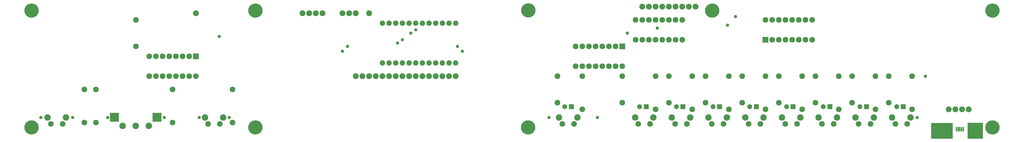
<source format=gts>
G04 MADE WITH FRITZING*
G04 WWW.FRITZING.ORG*
G04 DOUBLE SIDED*
G04 HOLES PLATED*
G04 CONTOUR ON CENTER OF CONTOUR VECTOR*
%ASAXBY*%
%FSLAX23Y23*%
%MOIN*%
%OFA0B0*%
%SFA1.0B1.0*%
%ADD10C,0.088000*%
%ADD11C,0.049370*%
%ADD12C,0.085000*%
%ADD13C,0.214725*%
%ADD14C,0.097000*%
%ADD15C,0.098000*%
%ADD16C,0.133000*%
%ADD17C,0.072992*%
%ADD18C,0.080361*%
%ADD19R,0.023779X0.065118*%
%ADD20R,0.085000X0.085000*%
%ADD21R,0.133000X0.133000*%
%ADD22R,0.072992X0.072992*%
%ADD23C,0.030000*%
%ADD24R,0.001000X0.001000*%
%LNMASK1*%
G90*
G70*
G54D10*
X5230Y1891D03*
X14230Y441D03*
X14130Y441D03*
X14030Y441D03*
X13930Y441D03*
G54D11*
X304Y316D03*
X779Y316D03*
X9555Y1666D03*
X9105Y1591D03*
X5730Y1491D03*
X5655Y1441D03*
X6630Y1316D03*
X4830Y1316D03*
X2980Y1541D03*
X8655Y316D03*
X7930Y316D03*
X13455Y316D03*
X1305Y316D03*
X3130Y316D03*
X2155Y316D03*
X2680Y316D03*
X5930Y1641D03*
X6555Y1391D03*
X4905Y1391D03*
X5855Y1591D03*
G54D12*
X2630Y1241D03*
X2630Y941D03*
X2530Y1241D03*
X2530Y941D03*
X2430Y1241D03*
X2430Y941D03*
X2330Y1241D03*
X2330Y941D03*
X2230Y1241D03*
X2230Y941D03*
X2130Y1241D03*
X2130Y941D03*
X2030Y1241D03*
X2030Y941D03*
X1930Y1241D03*
X1930Y941D03*
X9030Y1391D03*
X9030Y1091D03*
X8930Y1391D03*
X8930Y1091D03*
X8830Y1391D03*
X8830Y1091D03*
X8730Y1391D03*
X8730Y1091D03*
X8630Y1391D03*
X8630Y1091D03*
X8530Y1391D03*
X8530Y1091D03*
X8430Y1391D03*
X8430Y1091D03*
X8330Y1391D03*
X8330Y1091D03*
G54D10*
X2630Y1891D03*
X6530Y941D03*
X6430Y941D03*
X6330Y941D03*
X6230Y941D03*
X6130Y941D03*
X6030Y941D03*
X5930Y941D03*
X5830Y941D03*
X5730Y941D03*
X5630Y941D03*
X5530Y941D03*
X5430Y941D03*
X5330Y941D03*
X5230Y941D03*
X5130Y941D03*
X5030Y941D03*
G54D13*
X14586Y166D03*
X14586Y1931D03*
X10380Y1930D03*
X7617Y166D03*
X3523Y166D03*
X163Y166D03*
X163Y1931D03*
X7619Y1933D03*
X3522Y1932D03*
G54D10*
X10130Y1991D03*
X10030Y1991D03*
X9930Y1991D03*
X9830Y1991D03*
X9730Y1991D03*
X9630Y1991D03*
X9530Y1991D03*
X9430Y1991D03*
X9330Y1991D03*
X4230Y1891D03*
X4330Y1891D03*
X4430Y1891D03*
X4530Y1891D03*
X5030Y1891D03*
X4930Y1891D03*
X4830Y1891D03*
G54D11*
X10610Y1711D03*
X10730Y1841D03*
X13580Y941D03*
G54D12*
X2991Y220D03*
X2814Y220D03*
G54D14*
X3041Y318D03*
X2765Y318D03*
G54D15*
X1530Y191D03*
X1727Y191D03*
X1924Y191D03*
G54D16*
X1406Y322D03*
X2048Y322D03*
G54D12*
X11653Y220D03*
X11476Y220D03*
G54D14*
X11702Y318D03*
X11426Y318D03*
G54D12*
X11102Y220D03*
X10925Y220D03*
G54D14*
X11151Y318D03*
X10875Y318D03*
G54D12*
X10550Y220D03*
X10373Y220D03*
G54D14*
X10600Y318D03*
X10324Y318D03*
G54D12*
X9999Y220D03*
X9822Y220D03*
G54D14*
X10049Y318D03*
X9773Y318D03*
G54D12*
X9448Y220D03*
X9271Y220D03*
G54D14*
X9497Y318D03*
X9222Y318D03*
G54D12*
X8306Y220D03*
X8129Y220D03*
G54D14*
X8356Y318D03*
X8080Y318D03*
G54D12*
X629Y220D03*
X452Y220D03*
G54D14*
X679Y318D03*
X403Y318D03*
G54D12*
X12204Y220D03*
X12027Y220D03*
G54D14*
X12253Y318D03*
X11977Y318D03*
G54D12*
X12755Y220D03*
X12578Y220D03*
G54D14*
X12805Y318D03*
X12529Y318D03*
G54D12*
X13306Y220D03*
X13129Y220D03*
G54D14*
X13356Y318D03*
X13080Y318D03*
G54D12*
X1730Y1791D03*
X1730Y1391D03*
G54D17*
X9389Y481D03*
X9291Y481D03*
X9940Y481D03*
X9842Y481D03*
X10491Y481D03*
X10393Y481D03*
X11043Y481D03*
X10944Y481D03*
X11594Y481D03*
X11495Y481D03*
X12145Y481D03*
X12047Y481D03*
X12696Y481D03*
X12598Y481D03*
X13247Y481D03*
X13149Y481D03*
X8267Y481D03*
X8168Y481D03*
G54D12*
X8055Y941D03*
X8055Y541D03*
X13030Y941D03*
X13030Y541D03*
X12480Y941D03*
X12480Y541D03*
X11930Y941D03*
X11930Y541D03*
X11380Y941D03*
X11380Y541D03*
X10830Y941D03*
X10830Y541D03*
X10280Y941D03*
X10280Y541D03*
X9730Y941D03*
X9730Y541D03*
X9030Y941D03*
X9030Y541D03*
X13380Y441D03*
X13380Y941D03*
X12830Y441D03*
X12830Y941D03*
X12280Y441D03*
X12280Y941D03*
X11730Y441D03*
X11730Y941D03*
X11180Y441D03*
X11180Y941D03*
X10630Y441D03*
X10630Y941D03*
X10080Y441D03*
X10080Y941D03*
X9530Y441D03*
X9530Y941D03*
X8430Y441D03*
X8430Y941D03*
X1130Y241D03*
X1130Y741D03*
X2280Y241D03*
X2280Y741D03*
X3180Y241D03*
X3180Y741D03*
X955Y241D03*
X955Y741D03*
X9930Y1791D03*
X9930Y1491D03*
X9830Y1791D03*
X9830Y1491D03*
X9730Y1791D03*
X9730Y1491D03*
X9630Y1791D03*
X9630Y1491D03*
X9530Y1791D03*
X9530Y1491D03*
X9430Y1791D03*
X9430Y1491D03*
X9330Y1791D03*
X9330Y1491D03*
X9230Y1791D03*
X9230Y1491D03*
X11180Y1491D03*
X11180Y1791D03*
X11280Y1491D03*
X11280Y1791D03*
X11380Y1491D03*
X11380Y1791D03*
X11480Y1491D03*
X11480Y1791D03*
X11580Y1491D03*
X11580Y1791D03*
X11680Y1491D03*
X11680Y1791D03*
X11780Y1491D03*
X11780Y1791D03*
X11880Y1491D03*
X11880Y1791D03*
G54D18*
X5430Y1141D03*
X5530Y1141D03*
X5630Y1141D03*
X5730Y1141D03*
X5830Y1141D03*
X5930Y1141D03*
X6030Y1141D03*
X6130Y1141D03*
X6230Y1141D03*
X6330Y1141D03*
X6430Y1141D03*
X6530Y1141D03*
X5430Y1741D03*
X5530Y1741D03*
X5630Y1741D03*
X5730Y1741D03*
X5830Y1741D03*
X5930Y1741D03*
X6030Y1741D03*
X6130Y1741D03*
X6230Y1741D03*
X6330Y1741D03*
X6430Y1741D03*
X6530Y1741D03*
G54D19*
X14046Y141D03*
X14149Y141D03*
X14072Y141D03*
X14098Y141D03*
X14123Y141D03*
G54D20*
X2630Y1241D03*
X9030Y1391D03*
G54D21*
X1406Y322D03*
X2048Y322D03*
G54D22*
X9389Y481D03*
X9940Y481D03*
X10491Y481D03*
X11043Y481D03*
X11594Y481D03*
X12145Y481D03*
X12696Y481D03*
X13247Y481D03*
X8267Y481D03*
G54D20*
X11180Y1491D03*
G54D23*
G36*
X9957Y1763D02*
X9902Y1763D01*
X9902Y1818D01*
X9957Y1818D01*
X9957Y1763D01*
G37*
D02*
G54D24*
X14216Y238D02*
X14441Y238D01*
X14215Y237D02*
X14441Y237D01*
X14215Y236D02*
X14441Y236D01*
X14215Y235D02*
X14441Y235D01*
X14215Y234D02*
X14441Y234D01*
X13667Y233D02*
X13990Y233D01*
X14215Y233D02*
X14441Y233D01*
X13667Y232D02*
X13990Y232D01*
X14215Y232D02*
X14441Y232D01*
X13667Y231D02*
X13990Y231D01*
X14215Y231D02*
X14441Y231D01*
X13667Y230D02*
X13990Y230D01*
X14215Y230D02*
X14441Y230D01*
X13667Y229D02*
X13990Y229D01*
X14215Y229D02*
X14441Y229D01*
X13667Y228D02*
X13990Y228D01*
X14215Y228D02*
X14441Y228D01*
X13667Y227D02*
X13990Y227D01*
X14215Y227D02*
X14441Y227D01*
X13667Y226D02*
X13990Y226D01*
X14215Y226D02*
X14441Y226D01*
X13667Y225D02*
X13990Y225D01*
X14215Y225D02*
X14441Y225D01*
X13667Y224D02*
X13990Y224D01*
X14215Y224D02*
X14441Y224D01*
X13667Y223D02*
X13990Y223D01*
X14215Y223D02*
X14441Y223D01*
X13667Y222D02*
X13990Y222D01*
X14215Y222D02*
X14441Y222D01*
X13667Y221D02*
X13990Y221D01*
X14215Y221D02*
X14441Y221D01*
X13667Y220D02*
X13990Y220D01*
X14215Y220D02*
X14441Y220D01*
X13667Y219D02*
X13990Y219D01*
X14215Y219D02*
X14441Y219D01*
X13667Y218D02*
X13990Y218D01*
X14215Y218D02*
X14441Y218D01*
X13667Y217D02*
X13990Y217D01*
X14215Y217D02*
X14441Y217D01*
X13667Y216D02*
X13990Y216D01*
X14215Y216D02*
X14441Y216D01*
X13667Y215D02*
X13990Y215D01*
X14215Y215D02*
X14441Y215D01*
X13667Y214D02*
X13990Y214D01*
X14215Y214D02*
X14441Y214D01*
X13667Y213D02*
X13990Y213D01*
X14215Y213D02*
X14441Y213D01*
X13667Y212D02*
X13990Y212D01*
X14215Y212D02*
X14441Y212D01*
X13667Y211D02*
X13990Y211D01*
X14215Y211D02*
X14441Y211D01*
X13667Y210D02*
X13990Y210D01*
X14215Y210D02*
X14441Y210D01*
X13667Y209D02*
X13990Y209D01*
X14215Y209D02*
X14441Y209D01*
X13667Y208D02*
X13990Y208D01*
X14215Y208D02*
X14441Y208D01*
X13667Y207D02*
X13990Y207D01*
X14215Y207D02*
X14441Y207D01*
X13667Y206D02*
X13990Y206D01*
X14215Y206D02*
X14441Y206D01*
X13667Y205D02*
X13990Y205D01*
X14215Y205D02*
X14441Y205D01*
X13667Y204D02*
X13990Y204D01*
X14215Y204D02*
X14441Y204D01*
X13667Y203D02*
X13990Y203D01*
X14215Y203D02*
X14441Y203D01*
X13667Y202D02*
X13990Y202D01*
X14215Y202D02*
X14441Y202D01*
X13667Y201D02*
X13990Y201D01*
X14215Y201D02*
X14441Y201D01*
X13667Y200D02*
X13990Y200D01*
X14215Y200D02*
X14441Y200D01*
X13667Y199D02*
X13990Y199D01*
X14215Y199D02*
X14441Y199D01*
X13667Y198D02*
X13990Y198D01*
X14215Y198D02*
X14441Y198D01*
X13667Y197D02*
X13990Y197D01*
X14215Y197D02*
X14441Y197D01*
X13667Y196D02*
X13990Y196D01*
X14215Y196D02*
X14441Y196D01*
X13667Y195D02*
X13990Y195D01*
X14215Y195D02*
X14441Y195D01*
X13667Y194D02*
X13990Y194D01*
X14215Y194D02*
X14441Y194D01*
X13667Y193D02*
X13990Y193D01*
X14215Y193D02*
X14441Y193D01*
X13667Y192D02*
X13990Y192D01*
X14215Y192D02*
X14441Y192D01*
X13667Y191D02*
X13990Y191D01*
X14215Y191D02*
X14441Y191D01*
X13667Y190D02*
X13990Y190D01*
X14215Y190D02*
X14441Y190D01*
X13667Y189D02*
X13990Y189D01*
X14215Y189D02*
X14441Y189D01*
X13667Y188D02*
X13990Y188D01*
X14215Y188D02*
X14441Y188D01*
X13667Y187D02*
X13990Y187D01*
X14215Y187D02*
X14441Y187D01*
X13667Y186D02*
X13990Y186D01*
X14215Y186D02*
X14441Y186D01*
X13667Y185D02*
X13990Y185D01*
X14215Y185D02*
X14441Y185D01*
X13667Y184D02*
X13990Y184D01*
X14215Y184D02*
X14441Y184D01*
X13667Y183D02*
X13990Y183D01*
X14215Y183D02*
X14441Y183D01*
X13667Y182D02*
X13990Y182D01*
X14215Y182D02*
X14441Y182D01*
X13667Y181D02*
X13990Y181D01*
X14215Y181D02*
X14441Y181D01*
X13667Y180D02*
X13990Y180D01*
X14215Y180D02*
X14441Y180D01*
X13667Y179D02*
X13990Y179D01*
X14215Y179D02*
X14441Y179D01*
X13667Y178D02*
X13990Y178D01*
X14215Y178D02*
X14441Y178D01*
X13667Y177D02*
X13990Y177D01*
X14215Y177D02*
X14441Y177D01*
X13667Y176D02*
X13990Y176D01*
X14215Y176D02*
X14441Y176D01*
X13667Y175D02*
X13990Y175D01*
X14215Y175D02*
X14441Y175D01*
X13667Y174D02*
X13990Y174D01*
X14215Y174D02*
X14441Y174D01*
X13667Y173D02*
X13990Y173D01*
X14215Y173D02*
X14441Y173D01*
X13667Y172D02*
X13990Y172D01*
X14215Y172D02*
X14441Y172D01*
X13667Y171D02*
X13990Y171D01*
X14215Y171D02*
X14441Y171D01*
X13667Y170D02*
X13990Y170D01*
X14215Y170D02*
X14441Y170D01*
X13667Y169D02*
X13990Y169D01*
X14215Y169D02*
X14441Y169D01*
X13667Y168D02*
X13990Y168D01*
X14215Y168D02*
X14441Y168D01*
X13667Y167D02*
X13990Y167D01*
X14215Y167D02*
X14441Y167D01*
X13667Y166D02*
X13990Y166D01*
X14215Y166D02*
X14441Y166D01*
X13667Y165D02*
X13990Y165D01*
X14215Y165D02*
X14441Y165D01*
X13667Y164D02*
X13990Y164D01*
X14215Y164D02*
X14441Y164D01*
X13667Y163D02*
X13990Y163D01*
X14215Y163D02*
X14441Y163D01*
X13667Y162D02*
X13990Y162D01*
X14215Y162D02*
X14441Y162D01*
X13667Y161D02*
X13990Y161D01*
X14215Y161D02*
X14441Y161D01*
X13667Y160D02*
X13990Y160D01*
X14215Y160D02*
X14441Y160D01*
X13667Y159D02*
X13990Y159D01*
X14215Y159D02*
X14441Y159D01*
X13667Y158D02*
X13990Y158D01*
X14215Y158D02*
X14441Y158D01*
X13667Y157D02*
X13990Y157D01*
X14215Y157D02*
X14441Y157D01*
X13667Y156D02*
X13990Y156D01*
X14215Y156D02*
X14441Y156D01*
X13667Y155D02*
X13990Y155D01*
X14215Y155D02*
X14441Y155D01*
X13667Y154D02*
X13990Y154D01*
X14215Y154D02*
X14441Y154D01*
X13667Y153D02*
X13990Y153D01*
X14215Y153D02*
X14441Y153D01*
X13667Y152D02*
X13990Y152D01*
X14215Y152D02*
X14441Y152D01*
X13667Y151D02*
X13990Y151D01*
X14215Y151D02*
X14441Y151D01*
X13667Y150D02*
X13990Y150D01*
X14215Y150D02*
X14441Y150D01*
X13667Y149D02*
X13990Y149D01*
X14215Y149D02*
X14441Y149D01*
X13667Y148D02*
X13990Y148D01*
X14215Y148D02*
X14441Y148D01*
X13667Y147D02*
X13990Y147D01*
X14215Y147D02*
X14441Y147D01*
X13667Y146D02*
X13990Y146D01*
X14215Y146D02*
X14441Y146D01*
X13667Y145D02*
X13990Y145D01*
X14215Y145D02*
X14441Y145D01*
X13667Y144D02*
X13990Y144D01*
X14215Y144D02*
X14441Y144D01*
X13667Y143D02*
X13990Y143D01*
X14215Y143D02*
X14441Y143D01*
X13667Y142D02*
X13990Y142D01*
X14215Y142D02*
X14441Y142D01*
X13667Y141D02*
X13990Y141D01*
X14215Y141D02*
X14441Y141D01*
X13667Y140D02*
X13990Y140D01*
X14215Y140D02*
X14441Y140D01*
X13667Y139D02*
X13990Y139D01*
X14215Y139D02*
X14441Y139D01*
X13667Y138D02*
X13990Y138D01*
X14215Y138D02*
X14441Y138D01*
X13667Y137D02*
X13990Y137D01*
X14215Y137D02*
X14441Y137D01*
X13667Y136D02*
X13990Y136D01*
X14215Y136D02*
X14441Y136D01*
X13667Y135D02*
X13990Y135D01*
X14215Y135D02*
X14441Y135D01*
X13667Y134D02*
X13990Y134D01*
X14215Y134D02*
X14441Y134D01*
X13667Y133D02*
X13990Y133D01*
X14215Y133D02*
X14441Y133D01*
X13667Y132D02*
X13990Y132D01*
X14215Y132D02*
X14441Y132D01*
X13667Y131D02*
X13990Y131D01*
X14215Y131D02*
X14441Y131D01*
X13667Y130D02*
X13990Y130D01*
X14215Y130D02*
X14441Y130D01*
X13667Y129D02*
X13990Y129D01*
X14215Y129D02*
X14441Y129D01*
X13667Y128D02*
X13990Y128D01*
X14215Y128D02*
X14441Y128D01*
X13667Y127D02*
X13990Y127D01*
X14215Y127D02*
X14441Y127D01*
X13667Y126D02*
X13990Y126D01*
X14215Y126D02*
X14441Y126D01*
X13667Y125D02*
X13990Y125D01*
X14215Y125D02*
X14441Y125D01*
X13667Y124D02*
X13990Y124D01*
X14215Y124D02*
X14441Y124D01*
X13667Y123D02*
X13990Y123D01*
X14215Y123D02*
X14441Y123D01*
X13667Y122D02*
X13990Y122D01*
X14215Y122D02*
X14441Y122D01*
X13667Y121D02*
X13990Y121D01*
X14215Y121D02*
X14441Y121D01*
X13667Y120D02*
X13990Y120D01*
X14215Y120D02*
X14441Y120D01*
X13667Y119D02*
X13990Y119D01*
X14215Y119D02*
X14441Y119D01*
X13667Y118D02*
X13990Y118D01*
X14215Y118D02*
X14441Y118D01*
X13667Y117D02*
X13990Y117D01*
X14215Y117D02*
X14441Y117D01*
X13667Y116D02*
X13990Y116D01*
X14215Y116D02*
X14441Y116D01*
X13667Y115D02*
X13990Y115D01*
X14215Y115D02*
X14441Y115D01*
X13667Y114D02*
X13990Y114D01*
X14215Y114D02*
X14441Y114D01*
X13667Y113D02*
X13990Y113D01*
X14215Y113D02*
X14441Y113D01*
X13667Y112D02*
X13990Y112D01*
X14215Y112D02*
X14441Y112D01*
X13667Y111D02*
X13990Y111D01*
X14215Y111D02*
X14441Y111D01*
X13667Y110D02*
X13990Y110D01*
X14215Y110D02*
X14441Y110D01*
X13667Y109D02*
X13990Y109D01*
X14215Y109D02*
X14441Y109D01*
X13667Y108D02*
X13990Y108D01*
X14215Y108D02*
X14441Y108D01*
X13667Y107D02*
X13990Y107D01*
X14215Y107D02*
X14441Y107D01*
X13667Y106D02*
X13990Y106D01*
X14215Y106D02*
X14441Y106D01*
X13667Y105D02*
X13990Y105D01*
X14215Y105D02*
X14441Y105D01*
X13667Y104D02*
X13990Y104D01*
X14215Y104D02*
X14441Y104D01*
X13667Y103D02*
X13990Y103D01*
X14215Y103D02*
X14441Y103D01*
X13667Y102D02*
X13990Y102D01*
X14215Y102D02*
X14441Y102D01*
X13667Y101D02*
X13990Y101D01*
X14215Y101D02*
X14441Y101D01*
X13667Y100D02*
X13990Y100D01*
X14215Y100D02*
X14441Y100D01*
X13667Y99D02*
X13990Y99D01*
X14215Y99D02*
X14441Y99D01*
X13667Y98D02*
X13990Y98D01*
X14215Y98D02*
X14441Y98D01*
X13667Y97D02*
X13990Y97D01*
X14215Y97D02*
X14441Y97D01*
X13667Y96D02*
X13990Y96D01*
X14215Y96D02*
X14441Y96D01*
X13667Y95D02*
X13990Y95D01*
X14215Y95D02*
X14441Y95D01*
X13667Y94D02*
X13990Y94D01*
X14215Y94D02*
X14441Y94D01*
X13667Y93D02*
X13990Y93D01*
X14215Y93D02*
X14441Y93D01*
X13667Y92D02*
X13990Y92D01*
X14215Y92D02*
X14441Y92D01*
X13667Y91D02*
X13990Y91D01*
X14215Y91D02*
X14441Y91D01*
X13667Y90D02*
X13990Y90D01*
X14215Y90D02*
X14441Y90D01*
X13667Y89D02*
X13990Y89D01*
X14215Y89D02*
X14441Y89D01*
X13667Y88D02*
X13990Y88D01*
X14215Y88D02*
X14441Y88D01*
X13667Y87D02*
X13990Y87D01*
X14215Y87D02*
X14441Y87D01*
X13667Y86D02*
X13990Y86D01*
X14215Y86D02*
X14441Y86D01*
X13667Y85D02*
X13990Y85D01*
X14215Y85D02*
X14441Y85D01*
X13667Y84D02*
X13990Y84D01*
X14215Y84D02*
X14441Y84D01*
X13667Y83D02*
X13990Y83D01*
X14215Y83D02*
X14441Y83D01*
X13667Y82D02*
X13990Y82D01*
X14215Y82D02*
X14441Y82D01*
X13667Y81D02*
X13990Y81D01*
X14215Y81D02*
X14441Y81D01*
X13667Y80D02*
X13990Y80D01*
X14215Y80D02*
X14441Y80D01*
X13667Y79D02*
X13990Y79D01*
X14214Y79D02*
X14441Y79D01*
X13667Y78D02*
X13990Y78D01*
X14214Y78D02*
X14441Y78D01*
X13667Y77D02*
X13990Y77D01*
X14214Y77D02*
X14441Y77D01*
X13667Y76D02*
X13990Y76D01*
X14214Y76D02*
X14441Y76D01*
X13667Y75D02*
X13990Y75D01*
X14214Y75D02*
X14441Y75D01*
X13667Y74D02*
X13990Y74D01*
X14214Y74D02*
X14441Y74D01*
X13667Y73D02*
X13990Y73D01*
X14214Y73D02*
X14441Y73D01*
X13667Y72D02*
X13990Y72D01*
X14214Y72D02*
X14441Y72D01*
X13667Y71D02*
X13990Y71D01*
X14214Y71D02*
X14441Y71D01*
X13667Y70D02*
X13990Y70D01*
X14214Y70D02*
X14441Y70D01*
X13667Y69D02*
X13990Y69D01*
X14214Y69D02*
X14441Y69D01*
X13667Y68D02*
X13990Y68D01*
X14214Y68D02*
X14441Y68D01*
X13667Y67D02*
X13990Y67D01*
X14214Y67D02*
X14441Y67D01*
X13667Y66D02*
X13990Y66D01*
X14214Y66D02*
X14441Y66D01*
X13667Y65D02*
X13990Y65D01*
X14214Y65D02*
X14441Y65D01*
X13667Y64D02*
X13990Y64D01*
X14214Y64D02*
X14441Y64D01*
X13667Y63D02*
X13990Y63D01*
X14214Y63D02*
X14441Y63D01*
X13667Y62D02*
X13990Y62D01*
X14214Y62D02*
X14441Y62D01*
X13667Y61D02*
X13990Y61D01*
X14214Y61D02*
X14441Y61D01*
X13667Y60D02*
X13990Y60D01*
X14214Y60D02*
X14441Y60D01*
X13667Y59D02*
X13990Y59D01*
X14214Y59D02*
X14441Y59D01*
X13667Y58D02*
X13990Y58D01*
X14214Y58D02*
X14441Y58D01*
X13667Y57D02*
X13990Y57D01*
X14214Y57D02*
X14441Y57D01*
X13667Y56D02*
X13990Y56D01*
X14214Y56D02*
X14441Y56D01*
X13667Y55D02*
X13990Y55D01*
X14214Y55D02*
X14441Y55D01*
X13667Y54D02*
X13990Y54D01*
X14214Y54D02*
X14441Y54D01*
X13667Y53D02*
X13990Y53D01*
X14214Y53D02*
X14441Y53D01*
X13667Y52D02*
X13990Y52D01*
X14214Y52D02*
X14441Y52D01*
X13667Y51D02*
X13990Y51D01*
X14214Y51D02*
X14441Y51D01*
X13667Y50D02*
X13990Y50D01*
X14214Y50D02*
X14441Y50D01*
X13667Y49D02*
X13990Y49D01*
X14214Y49D02*
X14441Y49D01*
X13667Y48D02*
X13990Y48D01*
X14214Y48D02*
X14441Y48D01*
X13667Y47D02*
X13990Y47D01*
X14214Y47D02*
X14441Y47D01*
X13667Y46D02*
X13990Y46D01*
X14214Y46D02*
X14441Y46D01*
X13667Y45D02*
X13990Y45D01*
X14214Y45D02*
X14441Y45D01*
X13667Y44D02*
X13990Y44D01*
X14214Y44D02*
X14441Y44D01*
X13667Y43D02*
X13990Y43D01*
X14214Y43D02*
X14441Y43D01*
X13667Y42D02*
X13990Y42D01*
X14214Y42D02*
X14441Y42D01*
X13667Y41D02*
X13990Y41D01*
X14214Y41D02*
X14441Y41D01*
X13667Y40D02*
X13990Y40D01*
X14214Y40D02*
X14441Y40D01*
X13667Y39D02*
X13990Y39D01*
X14214Y39D02*
X14441Y39D01*
X13667Y38D02*
X13990Y38D01*
X14214Y38D02*
X14441Y38D01*
X13667Y37D02*
X13990Y37D01*
X14214Y37D02*
X14441Y37D01*
X13667Y36D02*
X13990Y36D01*
X14214Y36D02*
X14441Y36D01*
X13667Y35D02*
X13990Y35D01*
X14214Y35D02*
X14441Y35D01*
X13667Y34D02*
X13990Y34D01*
X14214Y34D02*
X14441Y34D01*
X13667Y33D02*
X13990Y33D01*
X14214Y33D02*
X14441Y33D01*
X13667Y32D02*
X13990Y32D01*
X14214Y32D02*
X14441Y32D01*
X13667Y31D02*
X13990Y31D01*
X14214Y31D02*
X14441Y31D01*
X13667Y30D02*
X13990Y30D01*
X14214Y30D02*
X14441Y30D01*
X13667Y29D02*
X13990Y29D01*
X14214Y29D02*
X14441Y29D01*
X13667Y28D02*
X13990Y28D01*
X14214Y28D02*
X14441Y28D01*
X13667Y27D02*
X13990Y27D01*
X14214Y27D02*
X14441Y27D01*
X13667Y26D02*
X13990Y26D01*
X14214Y26D02*
X14441Y26D01*
X13667Y25D02*
X13990Y25D01*
X14214Y25D02*
X14441Y25D01*
X13667Y24D02*
X13990Y24D01*
X14214Y24D02*
X14441Y24D01*
X13667Y23D02*
X13990Y23D01*
X14214Y23D02*
X14441Y23D01*
X13667Y22D02*
X13990Y22D01*
X14214Y22D02*
X14441Y22D01*
X13667Y21D02*
X13990Y21D01*
X14214Y21D02*
X14441Y21D01*
X13667Y20D02*
X13990Y20D01*
X14214Y20D02*
X14441Y20D01*
X13667Y19D02*
X13990Y19D01*
X14214Y19D02*
X14441Y19D01*
X13667Y18D02*
X13990Y18D01*
X14214Y18D02*
X14441Y18D01*
X13667Y17D02*
X13990Y17D01*
X14214Y17D02*
X14441Y17D01*
X13667Y16D02*
X13990Y16D01*
X14214Y16D02*
X14441Y16D01*
X13667Y15D02*
X13990Y15D01*
X14214Y15D02*
X14441Y15D01*
X13667Y14D02*
X13990Y14D01*
X14214Y14D02*
X14441Y14D01*
X13667Y13D02*
X13990Y13D01*
X14214Y13D02*
X14441Y13D01*
X13667Y12D02*
X13990Y12D01*
X14214Y12D02*
X14441Y12D01*
X13667Y11D02*
X13990Y11D01*
X14214Y11D02*
X14441Y11D01*
X13667Y10D02*
X13990Y10D01*
X14214Y10D02*
X14441Y10D01*
X13667Y9D02*
X13990Y9D01*
X14214Y9D02*
X14441Y9D01*
X13667Y8D02*
X13990Y8D01*
X14214Y8D02*
X14441Y8D01*
X13667Y7D02*
X13990Y7D01*
X14214Y7D02*
X14441Y7D01*
X13667Y6D02*
X13990Y6D01*
X14214Y6D02*
X14441Y6D01*
X13667Y5D02*
X13990Y5D01*
X14214Y5D02*
X14441Y5D01*
X13667Y4D02*
X13990Y4D01*
X14214Y4D02*
X14441Y4D01*
X13667Y3D02*
X13990Y3D01*
X14214Y3D02*
X14441Y3D01*
X13667Y2D02*
X13990Y2D01*
X14214Y2D02*
X14441Y2D01*
X13667Y1D02*
X13990Y1D01*
X14214Y1D02*
X14441Y1D01*
X13667Y0D02*
X13990Y0D01*
X14214Y0D02*
X14441Y0D01*
X13667Y-1D02*
X13989Y-1D01*
X14214Y-1D02*
X14441Y-1D01*
D02*
G04 End of Mask1*
M02*
</source>
